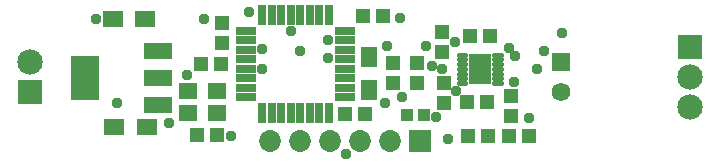
<source format=gbr>
G04 EAGLE Gerber RS-274X export*
G75*
%MOMM*%
%FSLAX34Y34*%
%LPD*%
%INSoldermask Top*%
%IPPOS*%
%AMOC8*
5,1,8,0,0,1.08239X$1,22.5*%
G01*
%ADD10R,1.303200X1.203200*%
%ADD11R,1.203200X1.303200*%
%ADD12R,1.003200X1.003200*%
%ADD13R,1.803000X0.750300*%
%ADD14R,0.750300X1.803000*%
%ADD15R,1.565000X1.465000*%
%ADD16R,1.415000X1.765000*%
%ADD17C,1.853200*%
%ADD18R,1.853200X1.853200*%
%ADD19R,2.438400X1.422400*%
%ADD20R,2.403200X3.803200*%
%ADD21R,1.765000X1.415000*%
%ADD22C,0.435000*%
%ADD23R,1.903200X2.503200*%
%ADD24C,1.581200*%
%ADD25R,1.581200X1.581200*%
%ADD26R,2.153200X2.153200*%
%ADD27C,2.153200*%
%ADD28C,0.959600*%


D10*
X165490Y90170D03*
X182490Y90170D03*
X178680Y30480D03*
X161680Y30480D03*
X319650Y130810D03*
X302650Y130810D03*
D11*
X347980Y91050D03*
X347980Y74050D03*
X327660Y91050D03*
X327660Y74050D03*
D12*
X354210Y46990D03*
X339210Y46990D03*
D10*
X182880Y125340D03*
X182880Y108340D03*
D11*
X304410Y48260D03*
X287410Y48260D03*
D13*
X203394Y118461D03*
X203394Y110461D03*
X203394Y102461D03*
X203394Y94461D03*
X203394Y86461D03*
X203394Y78461D03*
X203394Y70461D03*
X203394Y62461D03*
D14*
X217207Y48648D03*
X225207Y48648D03*
X233207Y48648D03*
X241207Y48648D03*
X249207Y48648D03*
X257207Y48648D03*
X265207Y48648D03*
X273207Y48648D03*
D13*
X287020Y62461D03*
X287020Y70461D03*
X287020Y78461D03*
X287020Y86461D03*
X287020Y94461D03*
X287020Y102461D03*
X287020Y110461D03*
X287020Y118461D03*
D14*
X273207Y132274D03*
X265207Y132274D03*
X257207Y132274D03*
X249207Y132274D03*
X241207Y132274D03*
X233207Y132274D03*
X225207Y132274D03*
X217207Y132274D03*
D15*
X154120Y49170D03*
X178620Y49170D03*
X178620Y67670D03*
X154120Y67670D03*
D16*
X307340Y68800D03*
X307340Y96300D03*
D17*
X325120Y25400D03*
X299720Y25400D03*
D18*
X350520Y25400D03*
D17*
X274320Y25400D03*
X248920Y25400D03*
X223520Y25400D03*
D19*
X128778Y55626D03*
X128778Y78740D03*
X128778Y101854D03*
D20*
X66800Y78740D03*
D21*
X117890Y128270D03*
X90390Y128270D03*
X119160Y36830D03*
X91660Y36830D03*
D22*
X413525Y74360D02*
X418807Y74360D01*
X418807Y78360D02*
X413525Y78360D01*
X413525Y82360D02*
X418807Y82360D01*
X418807Y86360D02*
X413525Y86360D01*
X413525Y90360D02*
X418807Y90360D01*
X418807Y94360D02*
X413525Y94360D01*
X413525Y98360D02*
X418807Y98360D01*
X389115Y98360D02*
X383833Y98360D01*
X383833Y94360D02*
X389115Y94360D01*
X389115Y90360D02*
X383833Y90360D01*
X383833Y86360D02*
X389115Y86360D01*
X389115Y82360D02*
X383833Y82360D01*
X383833Y78360D02*
X389115Y78360D01*
X389115Y74360D02*
X383833Y74360D01*
D23*
X401320Y86360D03*
D24*
X470220Y66929D03*
D25*
X470220Y92329D03*
D11*
X427990Y46110D03*
X427990Y63110D03*
D10*
X442840Y29210D03*
X425840Y29210D03*
X392820Y114300D03*
X409820Y114300D03*
X369570Y117720D03*
X369570Y100720D03*
D11*
X390280Y58420D03*
X407280Y58420D03*
X408550Y29210D03*
X391550Y29210D03*
X370840Y57540D03*
X370840Y74540D03*
D26*
X20320Y66929D03*
D27*
X20320Y92329D03*
D26*
X579120Y105029D03*
D27*
X579120Y79629D03*
X579120Y54229D03*
D28*
X153670Y81280D03*
X190500Y29210D03*
X217170Y86360D03*
X217170Y102870D03*
X273050Y95250D03*
X364490Y45720D03*
X93980Y57150D03*
X76200Y128270D03*
X138430Y40640D03*
X397510Y92710D03*
X405130Y86360D03*
X397510Y80010D03*
X369570Y86360D03*
X425620Y104310D03*
X449580Y86360D03*
X374650Y26670D03*
X443230Y44450D03*
X334010Y129540D03*
X430530Y74930D03*
X455930Y101600D03*
X471221Y116891D03*
X241300Y118110D03*
X167640Y128270D03*
X288290Y13970D03*
X273050Y110490D03*
X431241Y97079D03*
X322580Y105410D03*
X355600Y105410D03*
X321310Y57150D03*
X335665Y62615D03*
X205740Y134620D03*
X360482Y88900D03*
X248920Y101600D03*
X381146Y67904D03*
X380152Y109028D03*
M02*

</source>
